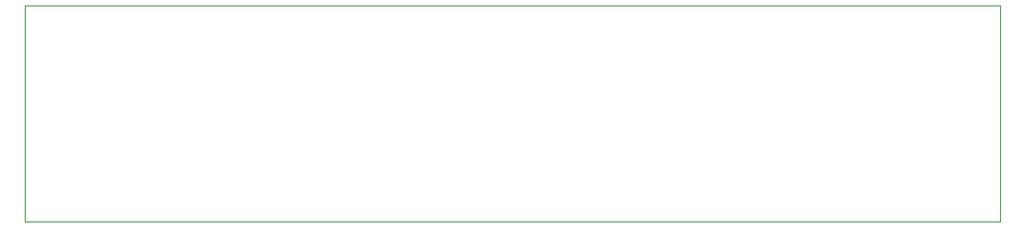
<source format=gbr>
%FSLAX34Y34*%
%MOMM*%
%LNOUTLINE*%
G71*
G01*
%ADD10C,0.002*%
%LPD*%
G54D10*
X0Y200000D02*
X900000Y200000D01*
X900000Y0D01*
X0Y0D01*
X0Y200000D01*
M02*

</source>
